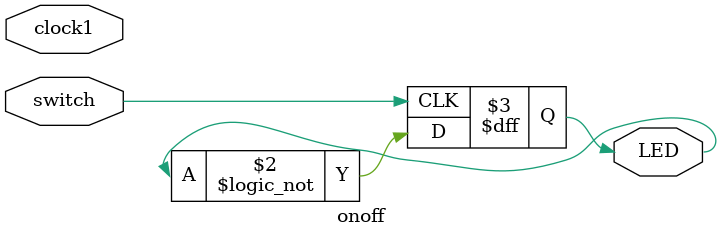
<source format=v>
module onoff (switch, LED, clock1);

input switch, clock1;
output reg LED;

always @(posedge switch)

begin

#1000000000;
 LED=!LED;


end

endmodule

</source>
